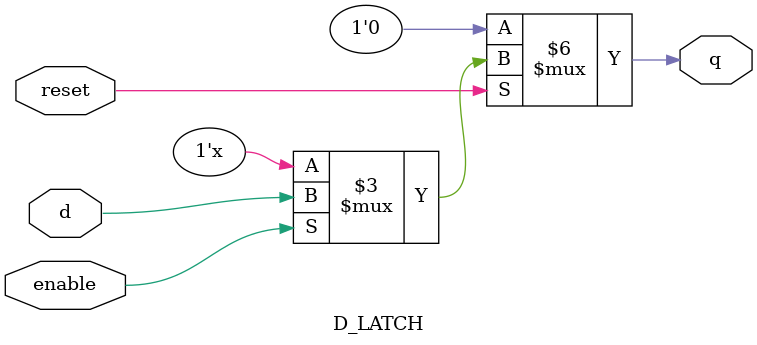
<source format=v>
`timescale 1ns / 1ps
module D_LATCH(q, d, enable, reset);

input d;
input enable;
input reset;

output q;
reg q;


always @(enable or reset or d)

if (!reset)
	q <= 0;
else
	if (enable)
		q <= d;

endmodule

</source>
